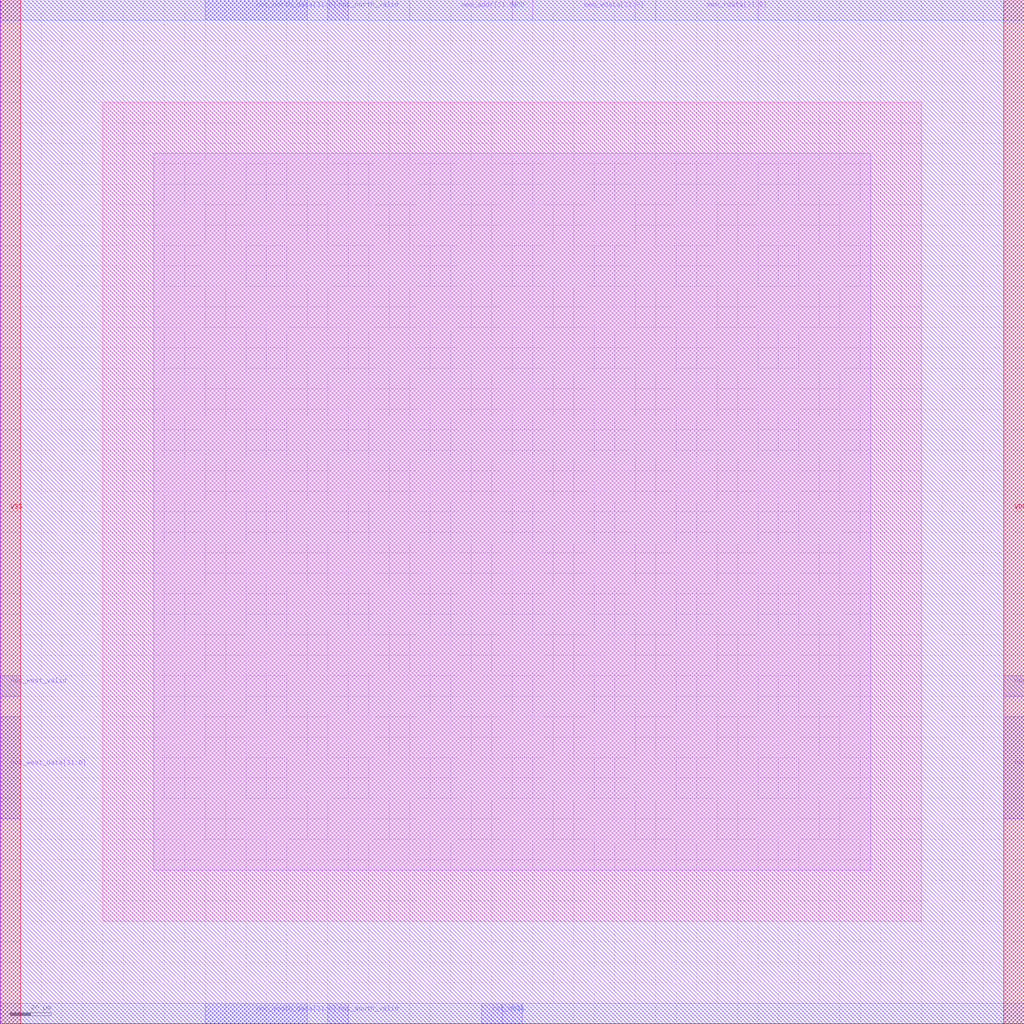
<source format=lef>
#
# NeuraEdge NPU - Library Exchange Format (LEF) with Macro Abstracts
# Phase 4 Week 4 Day 1: Updated LEF with Macro Abstracts
# Generated: August 14, 2025
#

VERSION 5.8 ;
BUSBITCHARS "[]" ;
DIVIDERCHAR "/" ;

################################################################################
# MANUFACTURING GRID AND UNITS
################################################################################

MANUFACTURINGGRID 0.005 ;
UNITS
    DATABASE MICRONS 1000 ;
END UNITS

################################################################################
# SITE DEFINITIONS
################################################################################

SITE CoreSite
    SYMMETRY Y ;
    CLASS CORE ;
    SIZE 0.19 BY 2.72 ;
END CoreSite

SITE IOSite
    SYMMETRY Y ;
    CLASS PAD ;
    SIZE 75 BY 75 ;
END IOSite

################################################################################
# LAYER DEFINITIONS (65nm Technology)
################################################################################

LAYER M1
    TYPE ROUTING ;
    DIRECTION HORIZONTAL ;
    PITCH 0.14 ;
    WIDTH 0.07 ;
    SPACING 0.07 ;
    RESISTANCE RPERSQ 0.38 ;
    CAPACITANCE CPERSQDIST 0.000213 ;
END M1

LAYER M2  
    TYPE ROUTING ;
    DIRECTION VERTICAL ;
    PITCH 0.14 ;
    WIDTH 0.07 ;
    SPACING 0.07 ;
    RESISTANCE RPERSQ 0.38 ;
    CAPACITANCE CPERSQDIST 0.000213 ;
END M2

LAYER M3
    TYPE ROUTING ;
    DIRECTION HORIZONTAL ;
    PITCH 0.28 ;
    WIDTH 0.14 ;
    SPACING 0.14 ;
    RESISTANCE RPERSQ 0.19 ;
    CAPACITANCE CPERSQDIST 0.000184 ;
END M3

LAYER M4
    TYPE ROUTING ;
    DIRECTION VERTICAL ;
    PITCH 0.28 ;
    WIDTH 0.14 ;
    SPACING 0.14 ;
    RESISTANCE RPERSQ 0.19 ;
    CAPACITANCE CPERSQDIST 0.000184 ;
END M4

LAYER M5
    TYPE ROUTING ;
    DIRECTION HORIZONTAL ;
    PITCH 0.56 ;
    WIDTH 0.28 ;
    SPACING 0.28 ;
    RESISTANCE RPERSQ 0.095 ;
    CAPACITANCE CPERSQDIST 0.000142 ;
END M5

LAYER M6
    TYPE ROUTING ;
    DIRECTION VERTICAL ;
    PITCH 0.56 ;
    WIDTH 0.28 ;
    SPACING 0.28 ;
    RESISTANCE RPERSQ 0.095 ;
    CAPACITANCE CPERSQDIST 0.000142 ;
END M6

LAYER M7
    TYPE ROUTING ;
    DIRECTION HORIZONTAL ;
    PITCH 1.12 ;
    WIDTH 0.56 ;
    SPACING 0.56 ;
    RESISTANCE RPERSQ 0.048 ;
    CAPACITANCE CPERSQDIST 0.000098 ;
END M7

LAYER M8
    TYPE ROUTING ;
    DIRECTION VERTICAL ;
    PITCH 1.12 ;
    WIDTH 0.56 ;
    SPACING 0.56 ;
    RESISTANCE RPERSQ 0.048 ;
    CAPACITANCE CPERSQDIST 0.000098 ;
END M8

################################################################################
# VIA DEFINITIONS
################################################################################

VIA VIA12 DEFAULT
    LAYER M1 ;
        RECT -0.035 -0.035 0.035 0.035 ;
    LAYER M2 ;
        RECT -0.035 -0.035 0.035 0.035 ;
    LAYER VIA1 ;
        RECT -0.035 -0.035 0.035 0.035 ;
END VIA12

VIA VIA23 DEFAULT
    LAYER M2 ;
        RECT -0.035 -0.035 0.035 0.035 ;
    LAYER M3 ;
        RECT -0.07 -0.07 0.07 0.07 ;
    LAYER VIA2 ;
        RECT -0.035 -0.035 0.035 0.035 ;
END VIA23

VIA VIA34 DEFAULT
    LAYER M3 ;
        RECT -0.07 -0.07 0.07 0.07 ;
    LAYER M4 ;
        RECT -0.07 -0.07 0.07 0.07 ;
    LAYER VIA3 ;
        RECT -0.07 -0.07 0.07 0.07 ;
END VIA34

VIA VIA45 DEFAULT
    LAYER M4 ;
        RECT -0.07 -0.07 0.07 0.07 ;
    LAYER M5 ;
        RECT -0.14 -0.14 0.14 0.14 ;
    LAYER VIA4 ;
        RECT -0.07 -0.07 0.07 0.07 ;
END VIA45

VIA VIA56 DEFAULT
    LAYER M5 ;
        RECT -0.14 -0.14 0.14 0.14 ;
    LAYER M6 ;
        RECT -0.14 -0.14 0.14 0.14 ;
    LAYER VIA5 ;
        RECT -0.14 -0.14 0.14 0.14 ;
END VIA56

VIA VIA67 DEFAULT
    LAYER M6 ;
        RECT -0.14 -0.14 0.14 0.14 ;
    LAYER M7 ;
        RECT -0.28 -0.28 0.28 0.28 ;
    LAYER VIA6 ;
        RECT -0.14 -0.14 0.14 0.14 ;
END VIA67

VIA VIA78 DEFAULT
    LAYER M7 ;
        RECT -0.28 -0.28 0.28 0.28 ;
    LAYER M8 ;
        RECT -0.28 -0.28 0.28 0.28 ;
    LAYER VIA7 ;
        RECT -0.28 -0.28 0.28 0.28 ;
END VIA78

################################################################################
# MACRO DEFINITIONS
################################################################################

# NeuraEdge Tile Macro Abstract
MACRO neuraedge_tile
    CLASS CORE ;
    ORIGIN 0 0 ;
    SIZE 500 BY 500 ;
    SYMMETRY X Y ;
    SITE CoreSite ;
    
    # Power/Ground Pins
    PIN VDD
        DIRECTION INOUT ;
        USE POWER ;
        PORT
            LAYER M5 ;
                RECT 0 490 500 500 ;
        END
        PORT
            LAYER M6 ;
                RECT 490 0 500 500 ;
        END
    END VDD
    
    PIN VSS
        DIRECTION INOUT ;
        USE GROUND ;
        PORT
            LAYER M5 ;
                RECT 0 0 500 10 ;
        END
        PORT
            LAYER M6 ;
                RECT 0 0 10 500 ;
        END
    END VSS
    
    # Clock Pin
    PIN clk
        DIRECTION INPUT ;
        USE CLOCK ;
        PORT
            LAYER M3 ;
                RECT 245 0 255 10 ;
        END
    END clk
    
    # Reset Pin
    PIN rst_n
        DIRECTION INPUT ;
        USE RESET ;
        PORT
            LAYER M3 ;
                RECT 235 0 245 10 ;
        END
    END rst_n
    
    # NoC Interface Pins (North)
    PIN noc_north_data[31:0]
        DIRECTION INOUT ;
        USE SIGNAL ;
        PORT
            LAYER M4 ;
                RECT 100 490 150 500 ;
        END
    END noc_north_data[31:0]
    
    PIN noc_north_valid
        DIRECTION INOUT ;
        USE SIGNAL ;
        PORT
            LAYER M3 ;
                RECT 160 490 170 500 ;
        END
    END noc_north_valid
    
    # NoC Interface Pins (South)
    PIN noc_south_data[31:0]
        DIRECTION INOUT ;
        USE SIGNAL ;
        PORT
            LAYER M4 ;
                RECT 100 0 150 10 ;
        END
    END noc_south_data[31:0]
    
    PIN noc_south_valid
        DIRECTION INOUT ;
        USE SIGNAL ;
        PORT
            LAYER M3 ;
                RECT 160 0 170 10 ;
        END
    END noc_south_valid
    
    # NoC Interface Pins (East)
    PIN noc_east_data[31:0]
        DIRECTION INOUT ;
        USE SIGNAL ;
        PORT
            LAYER M3 ;
                RECT 490 100 500 150 ;
        END
    END noc_east_data[31:0]
    
    PIN noc_east_valid
        DIRECTION INOUT ;
        USE SIGNAL ;
        PORT
            LAYER M4 ;
                RECT 490 160 500 170 ;
        END
    END noc_east_valid
    
    # NoC Interface Pins (West)
    PIN noc_west_data[31:0]
        DIRECTION INOUT ;
        USE SIGNAL ;
        PORT
            LAYER M3 ;
                RECT 0 100 10 150 ;
        END
    END noc_west_data[31:0]
    
    PIN noc_west_valid
        DIRECTION INOUT ;
        USE SIGNAL ;
        PORT
            LAYER M4 ;
                RECT 0 160 10 170 ;
        END
    END noc_west_valid
    
    # Memory Interface
    PIN mem_addr[31:0]
        DIRECTION OUTPUT ;
        USE SIGNAL ;
        PORT
            LAYER M2 ;
                RECT 200 490 250 500 ;
        END
    END mem_addr[31:0]
    
    PIN mem_wdata[31:0]
        DIRECTION OUTPUT ;
        USE SIGNAL ;
        PORT
            LAYER M2 ;
                RECT 260 490 310 500 ;
        END
    END mem_wdata[31:0]
    
    PIN mem_rdata[31:0]
        DIRECTION INPUT ;
        USE SIGNAL ;
        PORT
            LAYER M2 ;
                RECT 320 490 370 500 ;
        END
    END mem_rdata[31:0]
    
    # Obstruction for internal routing
    OBS
        LAYER M1 ;
            RECT 50 50 450 450 ;
        LAYER M2 ;
            RECT 75 75 425 425 ;
    END
    
END neuraedge_tile

# SRAM 256KB Macro Abstract
MACRO sram_256kb
    CLASS BLOCK ;
    ORIGIN 0 0 ;
    SIZE 100 BY 100 ;
    SYMMETRY X Y ;
    
    # Power Pins
    PIN VDD
        DIRECTION INOUT ;
        USE POWER ;
        PORT
            LAYER M5 ;
                RECT 0 90 100 100 ;
        END
    END VDD
    
    PIN VSS
        DIRECTION INOUT ;
        USE GROUND ;
        PORT
            LAYER M5 ;
                RECT 0 0 100 10 ;
        END
    END VSS
    
    # Clock
    PIN clk
        DIRECTION INPUT ;
        USE CLOCK ;
        PORT
            LAYER M3 ;
                RECT 45 0 55 10 ;
        END
    END clk
    
    # Address Bus
    PIN addr[17:0]
        DIRECTION INPUT ;
        USE SIGNAL ;
        PORT
            LAYER M2 ;
                RECT 10 0 30 10 ;
        END
    END addr[17:0]
    
    # Data Bus
    PIN wdata[31:0]
        DIRECTION INPUT ;
        USE SIGNAL ;
        PORT
            LAYER M2 ;
                RECT 10 90 30 100 ;
        END
    END wdata[31:0]
    
    PIN rdata[31:0]
        DIRECTION OUTPUT ;
        USE SIGNAL ;
        PORT
            LAYER M2 ;
                RECT 70 90 90 100 ;
        END
    END rdata[31:0]
    
    # Control Signals
    PIN we
        DIRECTION INPUT ;
        USE SIGNAL ;
        PORT
            LAYER M1 ;
                RECT 0 45 10 55 ;
        END
    END we
    
    PIN re
        DIRECTION INPUT ;
        USE SIGNAL ;
        PORT
            LAYER M1 ;
                RECT 90 45 100 55 ;
        END
    END re
    
    # Memory array obstruction
    OBS
        LAYER M1 ;
            RECT 20 20 80 80 ;
        LAYER M2 ;
            RECT 25 25 75 75 ;
        LAYER M3 ;
            RECT 30 30 70 70 ;
    END
    
END sram_256kb

# NoC Router Hub Macro Abstract
MACRO noc_router_hub
    CLASS CORE ;
    ORIGIN 0 0 ;
    SIZE 50 BY 50 ;
    SYMMETRY X Y ;
    
    # Power Pins
    PIN VDD
        DIRECTION INOUT ;
        USE POWER ;
        PORT
            LAYER M4 ;
                RECT 0 40 50 50 ;
        END
    END VDD
    
    PIN VSS
        DIRECTION INOUT ;
        USE GROUND ;
        PORT
            LAYER M4 ;
                RECT 0 0 50 10 ;
        END
    END VSS
    
    # Clock
    PIN clk
        DIRECTION INPUT ;
        USE CLOCK ;
        PORT
            LAYER M3 ;
                RECT 20 0 30 10 ;
        END
    END clk
    
    # Router Ports (North, South, East, West)
    PIN port_north[31:0]
        DIRECTION INOUT ;
        USE SIGNAL ;
        PORT
            LAYER M3 ;
                RECT 15 40 35 50 ;
        END
    END port_north[31:0]
    
    PIN port_south[31:0]
        DIRECTION INOUT ;
        USE SIGNAL ;
        PORT
            LAYER M3 ;
                RECT 15 0 35 10 ;
        END
    END port_south[31:0]
    
    PIN port_east[31:0]
        DIRECTION INOUT ;
        USE SIGNAL ;
        PORT
            LAYER M4 ;
                RECT 40 15 50 35 ;
        END
    END port_east[31:0]
    
    PIN port_west[31:0]
        DIRECTION INOUT ;
        USE SIGNAL ;
        PORT
            LAYER M4 ;
                RECT 0 15 10 35 ;
        END
    END port_west[31:0]
    
END noc_router_hub

# Clock Tree Root Macro Abstract  
MACRO clock_tree_root
    CLASS CORE ;
    ORIGIN 0 0 ;
    SIZE 30 BY 30 ;
    SYMMETRY X Y ;
    
    # Power Pins
    PIN VDD
        DIRECTION INOUT ;
        USE POWER ;
        PORT
            LAYER M6 ;
                RECT 0 25 30 30 ;
        END
    END VDD
    
    PIN VSS
        DIRECTION INOUT ;
        USE GROUND ;
        PORT
            LAYER M6 ;
                RECT 0 0 30 5 ;
        END
    END VSS
    
    # Input Clock
    PIN clk_in
        DIRECTION INPUT ;
        USE CLOCK ;
        PORT
            LAYER M5 ;
                RECT 10 0 20 5 ;
        END
    END clk_in
    
    # Output Clock Distribution
    PIN clk_out_q0
        DIRECTION OUTPUT ;
        USE CLOCK ;
        PORT
            LAYER M5 ;
                RECT 0 10 5 20 ;
        END
    END clk_out_q0
    
    PIN clk_out_q1
        DIRECTION OUTPUT ;
        USE CLOCK ;
        PORT
            LAYER M5 ;
                RECT 25 10 30 20 ;
        END
    END clk_out_q1
    
    PIN clk_out_q2
        DIRECTION OUTPUT ;
        USE CLOCK ;
        PORT
            LAYER M5 ;
                RECT 10 25 20 30 ;
        END
    END clk_out_q2
    
    PIN clk_out_q3
        DIRECTION OUTPUT ;
        USE CLOCK ;
        PORT
            LAYER M5 ;
                RECT 10 25 20 30 ;
        END
    END clk_out_q3
    
END clock_tree_root

# I/O Controller Macro Abstract
MACRO io_controller
    CLASS PAD ;
    ORIGIN 0 0 ;
    SIZE 80 BY 20 ;
    SYMMETRY X Y ;
    
    # Power Pins
    PIN VDDIO
        DIRECTION INOUT ;
        USE POWER ;
        PORT
            LAYER M7 ;
                RECT 0 15 80 20 ;
        END
    END VDDIO
    
    PIN VSSIO
        DIRECTION INOUT ;
        USE GROUND ;
        PORT
            LAYER M7 ;
                RECT 0 0 80 5 ;
        END
    END VSSIO
    
    # I/O Signals
    PIN io_data[31:0]
        DIRECTION INOUT ;
        USE SIGNAL ;
        PORT
            LAYER M6 ;
                RECT 10 10 70 15 ;
        END
    END io_data[31:0]
    
    PIN io_valid
        DIRECTION INOUT ;
        USE SIGNAL ;
        PORT
            LAYER M5 ;
                RECT 5 7 15 13 ;
        END
    END io_valid
    
    PIN io_ready
        DIRECTION INOUT ;
        USE SIGNAL ;
        PORT
            LAYER M5 ;
                RECT 65 7 75 13 ;
        END
    END io_ready
    
END io_controller

# Power Management Unit Macro Abstract
MACRO power_mgmt_unit
    CLASS CORE ;
    ORIGIN 0 0 ;
    SIZE 40 BY 40 ;
    SYMMETRY X Y ;
    
    # Power Pins
    PIN VDD
        DIRECTION INOUT ;
        USE POWER ;
        PORT
            LAYER M6 ;
                RECT 0 35 40 40 ;
        END
    END VDD
    
    PIN VSS
        DIRECTION INOUT ;
        USE GROUND ;
        PORT
            LAYER M6 ;
                RECT 0 0 40 5 ;
        END
    END VSS
    
    # Control Interface
    PIN pmu_enable
        DIRECTION INPUT ;
        USE SIGNAL ;
        PORT
            LAYER M3 ;
                RECT 0 15 5 25 ;
        END
    END pmu_enable
    
    PIN power_good
        DIRECTION OUTPUT ;
        USE SIGNAL ;
        PORT
            LAYER M3 ;
                RECT 35 15 40 25 ;
        END
    END power_good
    
END power_mgmt_unit

# Debug Controller Macro Abstract
MACRO debug_controller
    CLASS CORE ;
    ORIGIN 0 0 ;
    SIZE 25 BY 25 ;
    SYMMETRY X Y ;
    
    # Power Pins
    PIN VDD
        DIRECTION INOUT ;
        USE POWER ;
        PORT
            LAYER M4 ;
                RECT 0 20 25 25 ;
        END
    END VDD
    
    PIN VSS
        DIRECTION INOUT ;
        USE GROUND ;
        PORT
            LAYER M4 ;
                RECT 0 0 25 5 ;
        END
    END VSS
    
    # Debug Interface
    PIN jtag_tck
        DIRECTION INPUT ;
        USE CLOCK ;
        PORT
            LAYER M2 ;
                RECT 0 10 5 15 ;
        END
    END jtag_tck
    
    PIN jtag_tdi
        DIRECTION INPUT ;
        USE SIGNAL ;
        PORT
            LAYER M2 ;
                RECT 5 0 10 5 ;
        END
    END jtag_tdi
    
    PIN jtag_tdo
        DIRECTION OUTPUT ;
        USE SIGNAL ;
        PORT
            LAYER M2 ;
                RECT 15 0 20 5 ;
        END
    END jtag_tdo
    
    PIN jtag_tms
        DIRECTION INPUT ;
        USE SIGNAL ;
        PORT
            LAYER M2 ;
                RECT 20 10 25 15 ;
        END
    END jtag_tms
    
END debug_controller

# Temperature Sensor Macro Abstract
MACRO temp_sensor
    CLASS CORE ;
    ORIGIN 0 0 ;
    SIZE 10 BY 10 ;
    
    # Power Pins
    PIN VDD
        DIRECTION INOUT ;
        USE POWER ;
        PORT
            LAYER M3 ;
                RECT 0 8 10 10 ;
        END
    END VDD
    
    PIN VSS
        DIRECTION INOUT ;
        USE GROUND ;
        PORT
            LAYER M3 ;
                RECT 0 0 10 2 ;
        END
    END VSS
    
    # Temperature Output
    PIN temp_data[7:0]
        DIRECTION OUTPUT ;
        USE SIGNAL ;
        PORT
            LAYER M2 ;
                RECT 2 2 8 8 ;
        END
    END temp_data[7:0]
    
END temp_sensor

################################################################################
# SITE PATTERNS FOR PLACEMENT
################################################################################

# Standard cell rows for tile interiors
SITE CoreSite
    SYMMETRY Y ;
    CLASS CORE ;
    SIZE 0.19 BY 2.72 ;
END CoreSite

# I/O pad sites for chip periphery  
SITE IOSite
    SYMMETRY Y ;
    CLASS PAD ;
    SIZE 75 BY 75 ;
END IOSite

END LIBRARY

</source>
